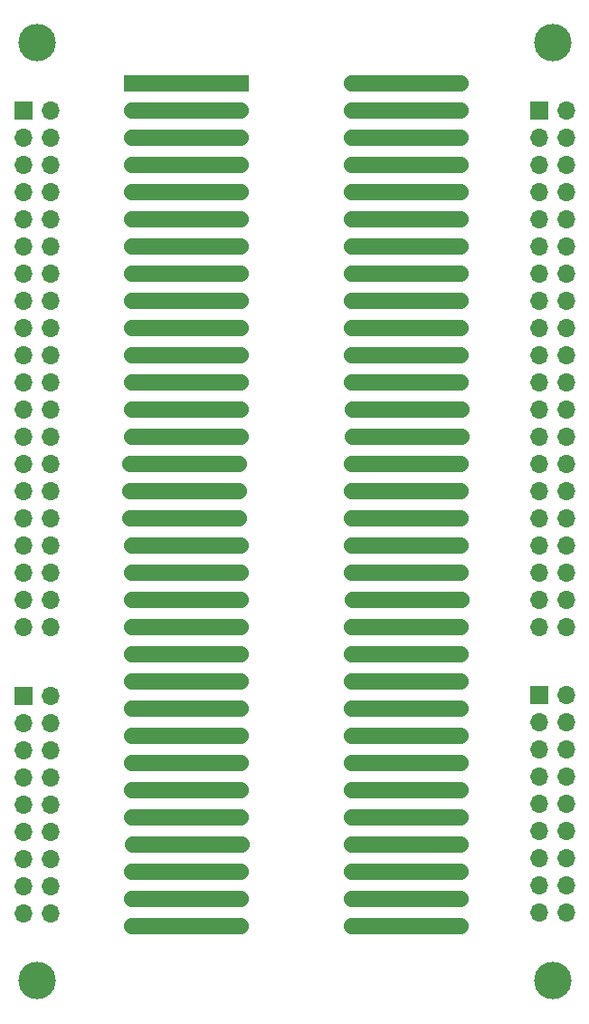
<source format=gbr>
%TF.GenerationSoftware,KiCad,Pcbnew,8.0.1*%
%TF.CreationDate,2024-03-17T17:10:13+00:00*%
%TF.ProjectId,ToastedBreadBoard64,546f6173-7465-4644-9272-656164426f61,rev?*%
%TF.SameCoordinates,Original*%
%TF.FileFunction,Soldermask,Top*%
%TF.FilePolarity,Negative*%
%FSLAX46Y46*%
G04 Gerber Fmt 4.6, Leading zero omitted, Abs format (unit mm)*
G04 Created by KiCad (PCBNEW 8.0.1) date 2024-03-17 17:10:13*
%MOMM*%
%LPD*%
G01*
G04 APERTURE LIST*
%ADD10R,1.524000X1.524000*%
%ADD11C,1.524000*%
%ADD12O,11.700000X1.524000*%
%ADD13C,3.500000*%
%ADD14R,1.700000X1.700000*%
%ADD15O,1.700000X1.700000*%
G04 APERTURE END LIST*
D10*
%TO.C,U1*%
X124460000Y-27940000D03*
D11*
X121920000Y-27940000D03*
D12*
X119380000Y-27940000D03*
D11*
X116840000Y-27940000D03*
D10*
X114300000Y-27940000D03*
D11*
X124460000Y-30480000D03*
X121920000Y-30480000D03*
D12*
X119380000Y-30480000D03*
D11*
X116840000Y-30480000D03*
X114300000Y-30480000D03*
X124460000Y-33020000D03*
X121920000Y-33020000D03*
D12*
X119380000Y-33020000D03*
D11*
X116840000Y-33020000D03*
X114300000Y-33020000D03*
X124460000Y-35560000D03*
X121920000Y-35560000D03*
D12*
X119380000Y-35560000D03*
D11*
X116840000Y-35560000D03*
X114300000Y-35560000D03*
X124460000Y-38100000D03*
X121920000Y-38100000D03*
D12*
X119380000Y-38100000D03*
D11*
X116840000Y-38100000D03*
X114300000Y-38100000D03*
X124460000Y-40640000D03*
X121920000Y-40640000D03*
D12*
X119380000Y-40640000D03*
D11*
X116840000Y-40640000D03*
X114300000Y-40640000D03*
X124460000Y-43180000D03*
X121920000Y-43180000D03*
D12*
X119380000Y-43180000D03*
D11*
X116840000Y-43180000D03*
X114300000Y-43180000D03*
X124460000Y-45720000D03*
X121920000Y-45720000D03*
D12*
X119380000Y-45720000D03*
D11*
X116840000Y-45720000D03*
X114300000Y-45720000D03*
X124460000Y-48260000D03*
X121920000Y-48260000D03*
D12*
X119380000Y-48260000D03*
D11*
X116840000Y-48260000D03*
X114300000Y-48260000D03*
X124460000Y-50800000D03*
X121920000Y-50800000D03*
D12*
X119380000Y-50800000D03*
D11*
X116840000Y-50800000D03*
X114300000Y-50800000D03*
X124460000Y-53340000D03*
X121920000Y-53340000D03*
D12*
X119380000Y-53340000D03*
D11*
X116840000Y-53340000D03*
X114300000Y-53340000D03*
X124460000Y-55880000D03*
X121920000Y-55880000D03*
D12*
X119380000Y-55880000D03*
D11*
X116840000Y-55880000D03*
X114300000Y-55880000D03*
X124460000Y-58420000D03*
X121920000Y-58420000D03*
D12*
X119380000Y-58420000D03*
D11*
X116840000Y-58420000D03*
X114300000Y-58420000D03*
X124460000Y-60960000D03*
X121920000Y-60960000D03*
D12*
X119380000Y-60960000D03*
D11*
X116840000Y-60960000D03*
X114300000Y-60960000D03*
X124360000Y-63500000D03*
X121820000Y-63500000D03*
D12*
X119280000Y-63500000D03*
D11*
X116740000Y-63500000D03*
X114200000Y-63500000D03*
X124360000Y-66040000D03*
X121820000Y-66040000D03*
D12*
X119280000Y-66040000D03*
D11*
X116740000Y-66040000D03*
X114200000Y-66040000D03*
X124360000Y-68580000D03*
X121820000Y-68580000D03*
D12*
X119280000Y-68580000D03*
D11*
X116740000Y-68580000D03*
X114200000Y-68580000D03*
X124460000Y-71120000D03*
X121920000Y-71120000D03*
D12*
X119380000Y-71120000D03*
D11*
X116840000Y-71120000D03*
X114300000Y-71120000D03*
X124460000Y-73660000D03*
X121920000Y-73660000D03*
D12*
X119380000Y-73660000D03*
D11*
X116840000Y-73660000D03*
X114300000Y-73660000D03*
X124460000Y-76200000D03*
X121920000Y-76200000D03*
D12*
X119380000Y-76200000D03*
D11*
X116840000Y-76200000D03*
X114300000Y-76200000D03*
X124460000Y-78740000D03*
X121920000Y-78740000D03*
D12*
X119380000Y-78740000D03*
D11*
X116840000Y-78740000D03*
X114300000Y-78740000D03*
X124460000Y-81280000D03*
X121920000Y-81280000D03*
D12*
X119380000Y-81280000D03*
D11*
X116840000Y-81280000D03*
X114300000Y-81280000D03*
X124460000Y-83820000D03*
X121920000Y-83820000D03*
D12*
X119380000Y-83820000D03*
D11*
X116840000Y-83820000D03*
X114300000Y-83820000D03*
X124460000Y-86360000D03*
X121920000Y-86360000D03*
D12*
X119380000Y-86360000D03*
D11*
X116840000Y-86360000D03*
X114300000Y-86360000D03*
X124460000Y-88900000D03*
X121920000Y-88900000D03*
D12*
X119380000Y-88900000D03*
D11*
X116840000Y-88900000D03*
X114300000Y-88900000D03*
X124460000Y-91440000D03*
X121920000Y-91440000D03*
D12*
X119380000Y-91440000D03*
D11*
X116840000Y-91440000D03*
X114300000Y-91440000D03*
X124460000Y-93980000D03*
X121920000Y-93980000D03*
D12*
X119380000Y-93980000D03*
D11*
X116840000Y-93980000D03*
X114300000Y-93980000D03*
X124460000Y-96520000D03*
X121920000Y-96520000D03*
D12*
X119380000Y-96520000D03*
D11*
X116840000Y-96520000D03*
X114300000Y-96520000D03*
X124560000Y-99060000D03*
X122020000Y-99060000D03*
D12*
X119480000Y-99060000D03*
D11*
X116940000Y-99060000D03*
X114400000Y-99060000D03*
X124460000Y-101600000D03*
X121920000Y-101600000D03*
D12*
X119380000Y-101600000D03*
D11*
X116840000Y-101600000D03*
X114300000Y-101600000D03*
X124460000Y-104140000D03*
X121920000Y-104140000D03*
D12*
X119380000Y-104140000D03*
D11*
X116840000Y-104140000D03*
X114300000Y-104140000D03*
X124460000Y-106680000D03*
X121920000Y-106680000D03*
D12*
X119380000Y-106680000D03*
D11*
X116840000Y-106680000D03*
X114300000Y-106680000D03*
X145034000Y-106680000D03*
X142494000Y-106680000D03*
D12*
X139954000Y-106680000D03*
D11*
X137414000Y-106680000D03*
X134874000Y-106680000D03*
X145034000Y-104140000D03*
X142494000Y-104140000D03*
D12*
X139954000Y-104140000D03*
D11*
X137414000Y-104140000D03*
X134874000Y-104140000D03*
X145034000Y-101600000D03*
X142494000Y-101600000D03*
D12*
X139954000Y-101600000D03*
D11*
X137414000Y-101600000D03*
X134874000Y-101600000D03*
X145034000Y-99060000D03*
X142494000Y-99060000D03*
D12*
X139954000Y-99060000D03*
D11*
X137414000Y-99060000D03*
X134874000Y-99060000D03*
X145034000Y-96520000D03*
X142494000Y-96520000D03*
D12*
X139954000Y-96520000D03*
D11*
X137414000Y-96520000D03*
X134874000Y-96520000D03*
X145034000Y-93980000D03*
X142494000Y-93980000D03*
D12*
X139954000Y-93980000D03*
D11*
X137414000Y-93980000D03*
X134874000Y-93980000D03*
X145034000Y-91440000D03*
X142494000Y-91440000D03*
D12*
X139954000Y-91440000D03*
D11*
X137414000Y-91440000D03*
X134874000Y-91440000D03*
X145034000Y-88900000D03*
X142494000Y-88900000D03*
D12*
X139954000Y-88900000D03*
D11*
X137414000Y-88900000D03*
X134874000Y-88900000D03*
X145034000Y-86360000D03*
X142494000Y-86360000D03*
D12*
X139954000Y-86360000D03*
D11*
X137414000Y-86360000D03*
X134874000Y-86360000D03*
X145034000Y-83820000D03*
X142494000Y-83820000D03*
D12*
X139954000Y-83820000D03*
D11*
X137414000Y-83820000D03*
X134874000Y-83820000D03*
X145034000Y-81280000D03*
X142494000Y-81280000D03*
D12*
X139954000Y-81280000D03*
D11*
X137414000Y-81280000D03*
X134874000Y-81280000D03*
X145034000Y-78740000D03*
X142494000Y-78740000D03*
D12*
X139954000Y-78740000D03*
D11*
X137414000Y-78740000D03*
X134874000Y-78740000D03*
X145134000Y-76200000D03*
X142594000Y-76200000D03*
D12*
X140054000Y-76200000D03*
D11*
X137514000Y-76200000D03*
X134974000Y-76200000D03*
X145034000Y-73660000D03*
X142494000Y-73660000D03*
D12*
X139954000Y-73660000D03*
D11*
X137414000Y-73660000D03*
X134874000Y-73660000D03*
X145034000Y-71120000D03*
X142494000Y-71120000D03*
D12*
X139954000Y-71120000D03*
D11*
X137414000Y-71120000D03*
X134874000Y-71120000D03*
X145034000Y-68580000D03*
X142494000Y-68580000D03*
D12*
X139954000Y-68580000D03*
D11*
X137414000Y-68580000D03*
X134874000Y-68580000D03*
X145034000Y-66040000D03*
X142494000Y-66040000D03*
D12*
X139954000Y-66040000D03*
D11*
X137414000Y-66040000D03*
X134874000Y-66040000D03*
X145034000Y-63500000D03*
X142494000Y-63500000D03*
D12*
X139954000Y-63500000D03*
D11*
X137414000Y-63500000D03*
X134874000Y-63500000D03*
X145134000Y-60960000D03*
X142594000Y-60960000D03*
D12*
X140054000Y-60960000D03*
D11*
X137514000Y-60960000D03*
X134974000Y-60960000D03*
X145134000Y-58420000D03*
X142594000Y-58420000D03*
D12*
X140054000Y-58420000D03*
D11*
X137514000Y-58420000D03*
X134974000Y-58420000D03*
X145034000Y-55880000D03*
X142494000Y-55880000D03*
D12*
X139954000Y-55880000D03*
D11*
X137414000Y-55880000D03*
X134874000Y-55880000D03*
X145034000Y-53340000D03*
X142494000Y-53340000D03*
D12*
X139954000Y-53340000D03*
D11*
X137414000Y-53340000D03*
X134874000Y-53340000D03*
X145034000Y-50800000D03*
X142494000Y-50800000D03*
D12*
X139954000Y-50800000D03*
D11*
X137414000Y-50800000D03*
X134874000Y-50800000D03*
X145034000Y-48260000D03*
X142494000Y-48260000D03*
D12*
X139954000Y-48260000D03*
D11*
X137414000Y-48260000D03*
X134874000Y-48260000D03*
X145034000Y-45720000D03*
X142494000Y-45720000D03*
D12*
X139954000Y-45720000D03*
D11*
X137414000Y-45720000D03*
X134874000Y-45720000D03*
X145034000Y-43180000D03*
X142494000Y-43180000D03*
D12*
X139954000Y-43180000D03*
D11*
X137414000Y-43180000D03*
X134874000Y-43180000D03*
X145034000Y-40640000D03*
X142494000Y-40640000D03*
D12*
X139954000Y-40640000D03*
D11*
X137414000Y-40640000D03*
X134874000Y-40640000D03*
X145034000Y-38100000D03*
X142494000Y-38100000D03*
D12*
X139954000Y-38100000D03*
D11*
X137414000Y-38100000D03*
X134874000Y-38100000D03*
X145034000Y-35560000D03*
X142494000Y-35560000D03*
D12*
X139954000Y-35560000D03*
D11*
X137414000Y-35560000D03*
X134874000Y-35560000D03*
X145034000Y-33020000D03*
X142494000Y-33020000D03*
D12*
X139954000Y-33020000D03*
D11*
X137414000Y-33020000D03*
X134874000Y-33020000D03*
X145034000Y-30480000D03*
X142494000Y-30480000D03*
D12*
X139954000Y-30480000D03*
D11*
X137414000Y-30480000D03*
X134874000Y-30480000D03*
X145034000Y-27940000D03*
X142494000Y-27940000D03*
D12*
X139954000Y-27940000D03*
D11*
X137414000Y-27940000D03*
X134874000Y-27940000D03*
%TD*%
D13*
%TO.C,H3*%
X153670000Y-111760000D03*
%TD*%
%TO.C,H1*%
X105410000Y-24130000D03*
%TD*%
D14*
%TO.C,J4*%
X152400000Y-30480000D03*
D15*
X154940000Y-30480000D03*
X152400000Y-33020000D03*
X154940000Y-33020000D03*
X152400000Y-35560000D03*
X154940000Y-35560000D03*
X152400000Y-38100000D03*
X154940000Y-38100000D03*
X152400000Y-40640000D03*
X154940000Y-40640000D03*
X152400000Y-43180000D03*
X154940000Y-43180000D03*
X152400000Y-45720000D03*
X154940000Y-45720000D03*
X152400000Y-48260000D03*
X154940000Y-48260000D03*
X152400000Y-50800000D03*
X154940000Y-50800000D03*
X152400000Y-53340000D03*
X154940000Y-53340000D03*
X152400000Y-55880000D03*
X154940000Y-55880000D03*
X152400000Y-58420000D03*
X154940000Y-58420000D03*
X152400000Y-60960000D03*
X154940000Y-60960000D03*
X152400000Y-63500000D03*
X154940000Y-63500000D03*
X152400000Y-66040000D03*
X154940000Y-66040000D03*
X152400000Y-68580000D03*
X154940000Y-68580000D03*
X152400000Y-71120000D03*
X154940000Y-71120000D03*
X152400000Y-73660000D03*
X154940000Y-73660000D03*
X152400000Y-76200000D03*
X154940000Y-76200000D03*
X152400000Y-78740000D03*
X154940000Y-78740000D03*
%TD*%
D13*
%TO.C,H2*%
X153670000Y-24130000D03*
%TD*%
D14*
%TO.C,J2*%
X104135000Y-85100000D03*
D15*
X106675000Y-85100000D03*
X104135000Y-87640000D03*
X106675000Y-87640000D03*
X104135000Y-90180000D03*
X106675000Y-90180000D03*
X104135000Y-92720000D03*
X106675000Y-92720000D03*
X104135000Y-95260000D03*
X106675000Y-95260000D03*
X104135000Y-97800000D03*
X106675000Y-97800000D03*
X104135000Y-100340000D03*
X106675000Y-100340000D03*
X104135000Y-102880000D03*
X106675000Y-102880000D03*
X104135000Y-105420000D03*
X106675000Y-105420000D03*
%TD*%
D14*
%TO.C,J1*%
X104140000Y-30480000D03*
D15*
X106680000Y-30480000D03*
X104140000Y-33020000D03*
X106680000Y-33020000D03*
X104140000Y-35560000D03*
X106680000Y-35560000D03*
X104140000Y-38100000D03*
X106680000Y-38100000D03*
X104140000Y-40640000D03*
X106680000Y-40640000D03*
X104140000Y-43180000D03*
X106680000Y-43180000D03*
X104140000Y-45720000D03*
X106680000Y-45720000D03*
X104140000Y-48260000D03*
X106680000Y-48260000D03*
X104140000Y-50800000D03*
X106680000Y-50800000D03*
X104140000Y-53340000D03*
X106680000Y-53340000D03*
X104140000Y-55880000D03*
X106680000Y-55880000D03*
X104140000Y-58420000D03*
X106680000Y-58420000D03*
X104140000Y-60960000D03*
X106680000Y-60960000D03*
X104140000Y-63500000D03*
X106680000Y-63500000D03*
X104140000Y-66040000D03*
X106680000Y-66040000D03*
X104140000Y-68580000D03*
X106680000Y-68580000D03*
X104140000Y-71120000D03*
X106680000Y-71120000D03*
X104140000Y-73660000D03*
X106680000Y-73660000D03*
X104140000Y-76200000D03*
X106680000Y-76200000D03*
X104140000Y-78740000D03*
X106680000Y-78740000D03*
%TD*%
D13*
%TO.C,H4*%
X105410000Y-111760000D03*
%TD*%
D14*
%TO.C,J5*%
X152400000Y-85090000D03*
D15*
X154940000Y-85090000D03*
X152400000Y-87630000D03*
X154940000Y-87630000D03*
X152400000Y-90170000D03*
X154940000Y-90170000D03*
X152400000Y-92710000D03*
X154940000Y-92710000D03*
X152400000Y-95250000D03*
X154940000Y-95250000D03*
X152400000Y-97790000D03*
X154940000Y-97790000D03*
X152400000Y-100330000D03*
X154940000Y-100330000D03*
X152400000Y-102870000D03*
X154940000Y-102870000D03*
X152400000Y-105410000D03*
X154940000Y-105410000D03*
%TD*%
M02*

</source>
